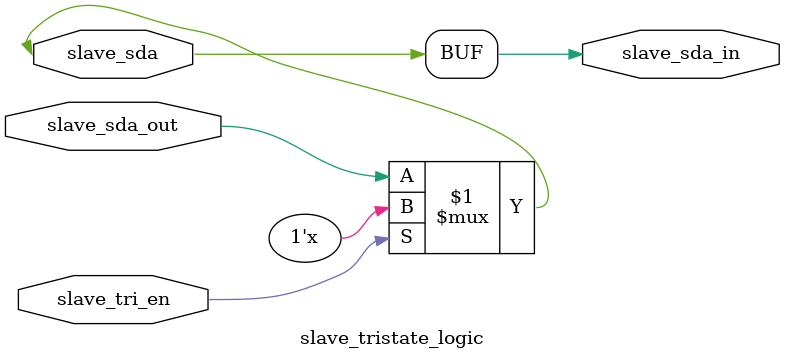
<source format=v>
module slave_tristate_logic(slave_sda_out, slave_sda, slave_sda_in, slave_tri_en);
input slave_tri_en, slave_sda_out;
input slave_sda;
output slave_sda_in;

bufif0 b1(slave_sda, slave_sda_out, slave_tri_en);
buf b2(slave_sda_in, slave_sda);
endmodule

</source>
